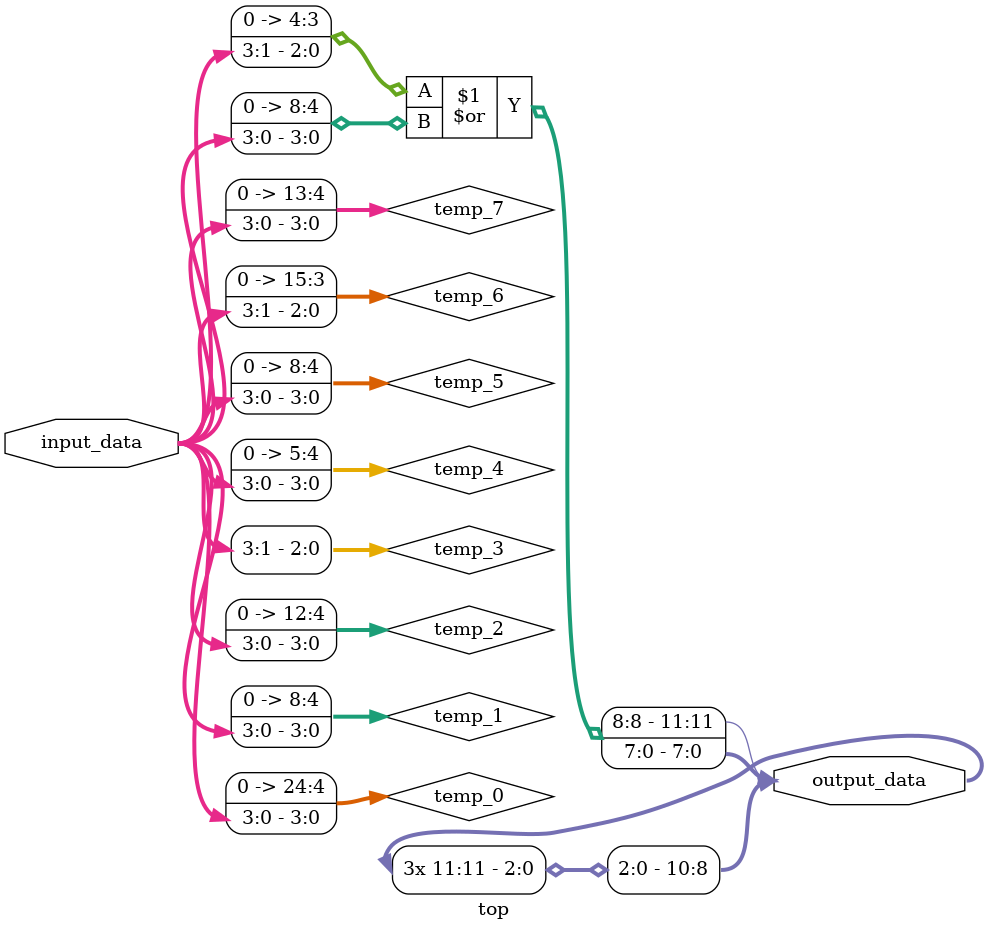
<source format=sv>
module top (
    input [3:0] input_data,
    output [11:0] output_data
);

    logic [24:0] temp_0;
    logic [8:0] temp_1;
    logic [12:0] temp_2;
    logic [2:0] temp_3;
    logic [5:0] temp_4;
    logic [8:0] temp_5;
    logic [15:0] temp_6;
    logic [13:0] temp_7;

    assign temp_0 = input_data;
    assign temp_1 = $unsigned(temp_0);
    assign temp_2 = $unsigned(temp_1);
    assign temp_3 = $signed(input_data[3:1]);
    assign temp_4 = temp_2;
    assign temp_5 = $unsigned(temp_4);
    assign temp_6 = $unsigned(temp_3);
    assign temp_7 = temp_2;

    assign output_data = $signed((temp_4[5:1] | temp_5[8:0]));

endmodule
</source>
